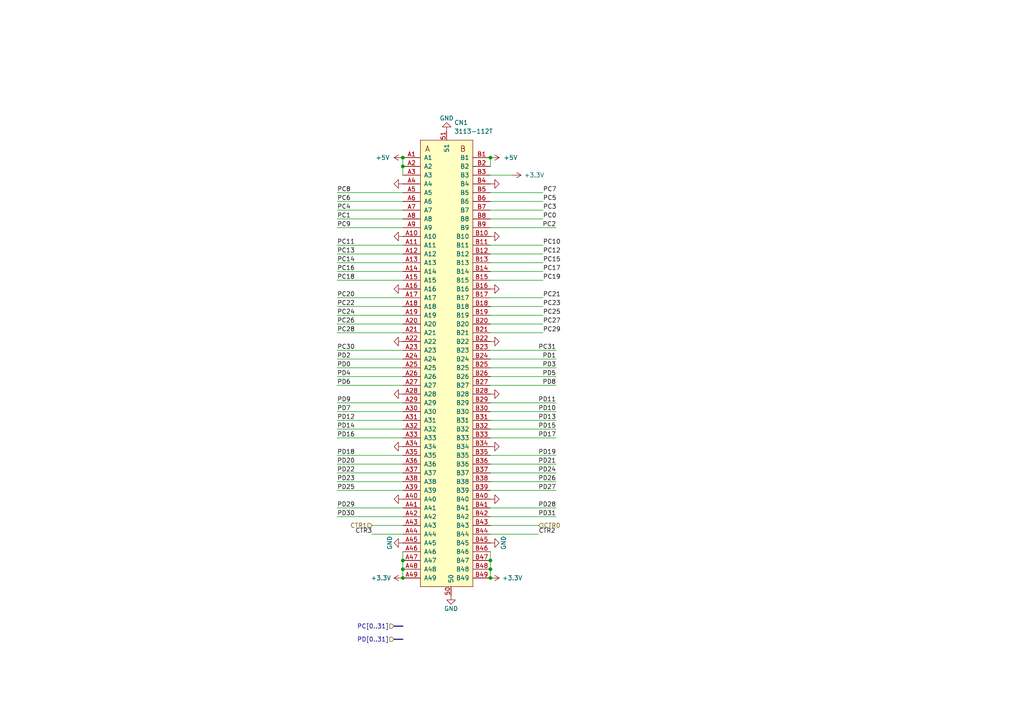
<source format=kicad_sch>
(kicad_sch (version 20230121) (generator eeschema)
  (paper "A4")
  (title_block (title "HPM6E00EVKSRAMSDRAMRevA") (date "2024/10/22") (comment 1 "04_PPI"))
  (lib_symbols
    (symbol "00_HPM_power:+5V" (power) (pin_names (offset 0))
      (property "Value" "+5V" (at 0 3.556 0))
      (symbol "+5V_0_1"
        (polyline (pts (xy -0.762 1.27) (xy 0 2.54)))
        (polyline (pts (xy 0 0) (xy 0 2.54)))
        (polyline (pts (xy 0 2.54) (xy 0.762 1.27)))
      )
      (symbol "+5V_1_1"
        (pin power_in line (at 0 0 90) (length 0) hide (name "+5V") (number "1"))
      )
    )
    (symbol "98_POWER:GND" (power) (pin_names (offset 0))
      (property "Value" "GND" (at 0 -3.81 0))
      (symbol "GND_0_1"
        (polyline (pts (xy 0 0) (xy 0 -1.27) (xy 1.27 -1.27) (xy 0 -2.54) (xy -1.27 -1.27) (xy 0 -1.27)))
      )
      (symbol "GND_1_1"
        (pin power_in line (at 0 0 270) (length 0) hide (name "GND") (number "1"))
      )
    )
    (symbol "99_HPM:3113-112T" (pin_names (offset 1.016))
      (property "Reference" "CN" (at 0 91.948 0))
      (property "Value" "3113-112T" (at 0 97.028 0))
      (symbol "3113-112T_1_1"
        (rectangle (start -8.89 86.36) (end 6.35 -43.18) (fill (type background)))
        (text "A" (at -7.62 83.82 0) (effects (font (size 1.6256 1.6256)) (justify left)))
        (text "B" (at 2.54 83.82 0) (effects (font (size 1.6256 1.6256)) (justify left)))
        (pin input line (at 0 -45.72 90) (length 2.54) (name "50") (number "50"))
        (pin input line (at -1.27 88.9 270) (length 2.54) (name "51") (number "51"))
        (pin input line (at -13.97 81.28 0) (length 5.08) (name "A1") (number "A1"))
        (pin input line (at -13.97 58.42 0) (length 5.08) (name "A10") (number "A10"))
        (pin input line (at -13.97 55.88 0) (length 5.08) (name "A11") (number "A11"))
        (pin input line (at -13.97 53.34 0) (length 5.08) (name "A12") (number "A12"))
        (pin input line (at -13.97 50.8 0) (length 5.08) (name "A13") (number "A13"))
        (pin input line (at -13.97 48.26 0) (length 5.08) (name "A14") (number "A14"))
        (pin input line (at -13.97 45.72 0) (length 5.08) (name "A15") (number "A15"))
        (pin input line (at -13.97 43.18 0) (length 5.08) (name "A16") (number "A16"))
        (pin input line (at -13.97 40.64 0) (length 5.08) (name "A17") (number "A17"))
        (pin input line (at -13.97 38.1 0) (length 5.08) (name "A18") (number "A18"))
        (pin input line (at -13.97 35.56 0) (length 5.08) (name "A19") (number "A19"))
        (pin input line (at -13.97 78.74 0) (length 5.08) (name "A2") (number "A2"))
        (pin input line (at -13.97 33.02 0) (length 5.08) (name "A20") (number "A20"))
        (pin input line (at -13.97 30.48 0) (length 5.08) (name "A21") (number "A21"))
        (pin input line (at -13.97 27.94 0) (length 5.08) (name "A22") (number "A22"))
        (pin input line (at -13.97 25.4 0) (length 5.08) (name "A23") (number "A23"))
        (pin input line (at -13.97 22.86 0) (length 5.08) (name "A24") (number "A24"))
        (pin input line (at -13.97 20.32 0) (length 5.08) (name "A25") (number "A25"))
        (pin input line (at -13.97 17.78 0) (length 5.08) (name "A26") (number "A26"))
        (pin input line (at -13.97 15.24 0) (length 5.08) (name "A27") (number "A27"))
        (pin input line (at -13.97 12.7 0) (length 5.08) (name "A28") (number "A28"))
        (pin input line (at -13.97 10.16 0) (length 5.08) (name "A29") (number "A29"))
        (pin input line (at -13.97 76.2 0) (length 5.08) (name "A3") (number "A3"))
        (pin input line (at -13.97 7.62 0) (length 5.08) (name "A30") (number "A30"))
        (pin input line (at -13.97 5.08 0) (length 5.08) (name "A31") (number "A31"))
        (pin input line (at -13.97 2.54 0) (length 5.08) (name "A32") (number "A32"))
        (pin input line (at -13.97 0 0) (length 5.08) (name "A33") (number "A33"))
        (pin input line (at -13.97 -2.54 0) (length 5.08) (name "A34") (number "A34"))
        (pin input line (at -13.97 -5.08 0) (length 5.08) (name "A35") (number "A35"))
        (pin input line (at -13.97 -7.62 0) (length 5.08) (name "A36") (number "A36"))
        (pin input line (at -13.97 -10.16 0) (length 5.08) (name "A37") (number "A37"))
        (pin input line (at -13.97 -12.7 0) (length 5.08) (name "A38") (number "A38"))
        (pin input line (at -13.97 -15.24 0) (length 5.08) (name "A39") (number "A39"))
        (pin input line (at -13.97 73.66 0) (length 5.08) (name "A4") (number "A4"))
        (pin input line (at -13.97 -17.78 0) (length 5.08) (name "A40") (number "A40"))
        (pin input line (at -13.97 -20.32 0) (length 5.08) (name "A41") (number "A41"))
        (pin input line (at -13.97 -22.86 0) (length 5.08) (name "A42") (number "A42"))
        (pin input line (at -13.97 -25.4 0) (length 5.08) (name "A43") (number "A43"))
        (pin input line (at -13.97 -27.94 0) (length 5.08) (name "A44") (number "A44"))
        (pin input line (at -13.97 -30.48 0) (length 5.08) (name "A45") (number "A45"))
        (pin input line (at -13.97 -33.02 0) (length 5.08) (name "A46") (number "A46"))
        (pin input line (at -13.97 -35.56 0) (length 5.08) (name "A47") (number "A47"))
        (pin input line (at -13.97 -38.1 0) (length 5.08) (name "A48") (number "A48"))
        (pin input line (at -13.97 -40.64 0) (length 5.08) (name "A49") (number "A49"))
        (pin input line (at -13.97 71.12 0) (length 5.08) (name "A5") (number "A5"))
        (pin input line (at -13.97 68.58 0) (length 5.08) (name "A6") (number "A6"))
        (pin input line (at -13.97 66.04 0) (length 5.08) (name "A7") (number "A7"))
        (pin input line (at -13.97 63.5 0) (length 5.08) (name "A8") (number "A8"))
        (pin input line (at -13.97 60.96 0) (length 5.08) (name "A9") (number "A9"))
        (pin input line (at 11.43 81.28 180) (length 5.08) (name "B1") (number "B1"))
        (pin input line (at 11.43 58.42 180) (length 5.08) (name "B10") (number "B10"))
        (pin input line (at 11.43 55.88 180) (length 5.08) (name "B11") (number "B11"))
        (pin input line (at 11.43 53.34 180) (length 5.08) (name "B12") (number "B12"))
        (pin input line (at 11.43 50.8 180) (length 5.08) (name "B13") (number "B13"))
        (pin input line (at 11.43 48.26 180) (length 5.08) (name "B14") (number "B14"))
        (pin input line (at 11.43 45.72 180) (length 5.08) (name "B15") (number "B15"))
        (pin input line (at 11.43 43.18 180) (length 5.08) (name "B16") (number "B16"))
        (pin input line (at 11.43 40.64 180) (length 5.08) (name "B17") (number "B17"))
        (pin input line (at 11.43 38.1 180) (length 5.08) (name "B18") (number "B18"))
        (pin input line (at 11.43 35.56 180) (length 5.08) (name "B19") (number "B19"))
        (pin input line (at 11.43 78.74 180) (length 5.08) (name "B2") (number "B2"))
        (pin input line (at 11.43 33.02 180) (length 5.08) (name "B20") (number "B20"))
        (pin input line (at 11.43 30.48 180) (length 5.08) (name "B21") (number "B21"))
        (pin input line (at 11.43 27.94 180) (length 5.08) (name "B22") (number "B22"))
        (pin input line (at 11.43 25.4 180) (length 5.08) (name "B23") (number "B23"))
        (pin input line (at 11.43 22.86 180) (length 5.08) (name "B24") (number "B24"))
        (pin input line (at 11.43 20.32 180) (length 5.08) (name "B25") (number "B25"))
        (pin input line (at 11.43 17.78 180) (length 5.08) (name "B26") (number "B26"))
        (pin input line (at 11.43 15.24 180) (length 5.08) (name "B27") (number "B27"))
        (pin input line (at 11.43 12.7 180) (length 5.08) (name "B28") (number "B28"))
        (pin input line (at 11.43 10.16 180) (length 5.08) (name "B29") (number "B29"))
        (pin input line (at 11.43 76.2 180) (length 5.08) (name "B3") (number "B3"))
        (pin input line (at 11.43 7.62 180) (length 5.08) (name "B30") (number "B30"))
        (pin input line (at 11.43 5.08 180) (length 5.08) (name "B31") (number "B31"))
        (pin input line (at 11.43 2.54 180) (length 5.08) (name "B32") (number "B32"))
        (pin input line (at 11.43 0 180) (length 5.08) (name "B33") (number "B33"))
        (pin input line (at 11.43 -2.54 180) (length 5.08) (name "B34") (number "B34"))
        (pin input line (at 11.43 -5.08 180) (length 5.08) (name "B35") (number "B35"))
        (pin input line (at 11.43 -7.62 180) (length 5.08) (name "B36") (number "B36"))
        (pin input line (at 11.43 -10.16 180) (length 5.08) (name "B37") (number "B37"))
        (pin input line (at 11.43 -12.7 180) (length 5.08) (name "B38") (number "B38"))
        (pin input line (at 11.43 -15.24 180) (length 5.08) (name "B39") (number "B39"))
        (pin input line (at 11.43 73.66 180) (length 5.08) (name "B4") (number "B4"))
        (pin input line (at 11.43 -17.78 180) (length 5.08) (name "B40") (number "B40"))
        (pin input line (at 11.43 -20.32 180) (length 5.08) (name "B41") (number "B41"))
        (pin input line (at 11.43 -22.86 180) (length 5.08) (name "B42") (number "B42"))
        (pin input line (at 11.43 -25.4 180) (length 5.08) (name "B43") (number "B43"))
        (pin input line (at 11.43 -27.94 180) (length 5.08) (name "B44") (number "B44"))
        (pin input line (at 11.43 -30.48 180) (length 5.08) (name "B45") (number "B45"))
        (pin input line (at 11.43 -33.02 180) (length 5.08) (name "B46") (number "B46"))
        (pin input line (at 11.43 -35.56 180) (length 5.08) (name "B47") (number "B47"))
        (pin input line (at 11.43 -38.1 180) (length 5.08) (name "B48") (number "B48"))
        (pin input line (at 11.43 -40.64 180) (length 5.08) (name "B49") (number "B49"))
        (pin input line (at 11.43 71.12 180) (length 5.08) (name "B5") (number "B5"))
        (pin input line (at 11.43 68.58 180) (length 5.08) (name "B6") (number "B6"))
        (pin input line (at 11.43 66.04 180) (length 5.08) (name "B7") (number "B7"))
        (pin input line (at 11.43 63.5 180) (length 5.08) (name "B8") (number "B8"))
        (pin input line (at 11.43 60.96 180) (length 5.08) (name "B9") (number "B9"))
      )
    )
    (symbol "power:+3.3V" (power) (pin_names (offset 0))
      (property "Value" "+3.3V" (at 0 3.556 0))
      (symbol "+3.3V_0_1"
        (polyline (pts (xy -0.762 1.27) (xy 0 2.54)))
        (polyline (pts (xy 0 0) (xy 0 2.54)))
        (polyline (pts (xy 0 2.54) (xy 0.762 1.27)))
      )
      (symbol "+3.3V_1_1"
        (pin power_in line (at 0 0 90) (length 0) hide (name "+3.3V") (number "1"))
      )
    )
  )
  (junction (at 142.24 162.56))
  (junction (at 116.84 165.1))
  (junction (at 116.84 167.64))
  (junction (at 142.24 45.72))
  (junction (at 142.24 165.1))
  (junction (at 116.84 162.56))
  (junction (at 116.84 48.26))
  (junction (at 142.24 167.64))
  (junction (at 116.84 45.72))
  (wire (pts (xy 142.24 109.22) (xy 161.29 109.22)))
  (wire (pts (xy 97.79 96.52) (xy 116.84 96.52)))
  (wire (pts (xy 142.24 137.16) (xy 161.29 137.16)))
  (wire (pts (xy 97.79 111.76) (xy 116.84 111.76)))
  (wire (pts (xy 97.79 86.36) (xy 116.84 86.36)))
  (wire (pts (xy 142.24 134.62) (xy 161.29 134.62)))
  (wire (pts (xy 97.79 88.9) (xy 116.84 88.9)))
  (wire (pts (xy 97.79 147.32) (xy 116.84 147.32)))
  (wire (pts (xy 97.79 109.22) (xy 116.84 109.22)))
  (wire (pts (xy 142.24 121.92) (xy 161.29 121.92)))
  (wire (pts (xy 142.24 106.68) (xy 161.29 106.68)))
  (wire (pts (xy 116.84 160.02) (xy 116.84 162.56)))
  (wire (pts (xy 97.79 142.24) (xy 116.84 142.24)))
  (wire (pts (xy 97.79 149.86) (xy 116.84 149.86)))
  (wire (pts (xy 142.24 71.12) (xy 157.48 71.12)))
  (wire (pts (xy 97.79 119.38) (xy 116.84 119.38)))
  (wire (pts (xy 97.79 91.44) (xy 116.84 91.44)))
  (wire (pts (xy 142.24 111.76) (xy 161.29 111.76)))
  (wire (pts (xy 97.79 76.2) (xy 116.84 76.2)))
  (wire (pts (xy 97.79 55.88) (xy 116.84 55.88)))
  (wire (pts (xy 142.24 124.46) (xy 161.29 124.46)))
  (wire (pts (xy 142.24 149.86) (xy 161.29 149.86)))
  (wire (pts (xy 142.24 60.96) (xy 157.48 60.96)))
  (bus (pts (xy 114.3 181.61) (xy 116.84 181.61)))
  (wire (pts (xy 142.24 160.02) (xy 142.24 162.56)))
  (wire (pts (xy 97.79 63.5) (xy 116.84 63.5)))
  (wire (pts (xy 142.24 63.5) (xy 157.48 63.5)))
  (wire (pts (xy 142.24 76.2) (xy 157.48 76.2)))
  (wire (pts (xy 97.79 73.66) (xy 116.84 73.66)))
  (wire (pts (xy 97.79 127) (xy 116.84 127)))
  (wire (pts (xy 142.24 96.52) (xy 157.48 96.52)))
  (wire (pts (xy 142.24 101.6) (xy 161.29 101.6)))
  (wire (pts (xy 97.79 134.62) (xy 116.84 134.62)))
  (wire (pts (xy 142.24 81.28) (xy 157.48 81.28)))
  (wire (pts (xy 142.24 147.32) (xy 161.29 147.32)))
  (wire (pts (xy 142.24 78.74) (xy 157.48 78.74)))
  (wire (pts (xy 142.24 104.14) (xy 161.29 104.14)))
  (bus (pts (xy 114.3 185.42) (xy 116.84 185.42)))
  (wire (pts (xy 142.24 165.1) (xy 142.24 167.64)))
  (wire (pts (xy 116.84 45.72) (xy 116.84 48.26)))
  (wire (pts (xy 116.84 165.1) (xy 116.84 167.64)))
  (wire (pts (xy 148.59 50.8) (xy 142.24 50.8)))
  (wire (pts (xy 142.24 116.84) (xy 161.29 116.84)))
  (wire (pts (xy 116.84 162.56) (xy 116.84 165.1)))
  (wire (pts (xy 142.24 162.56) (xy 142.24 165.1)))
  (wire (pts (xy 142.24 93.98) (xy 157.48 93.98)))
  (wire (pts (xy 97.79 132.08) (xy 116.84 132.08)))
  (wire (pts (xy 97.79 106.68) (xy 116.84 106.68)))
  (wire (pts (xy 97.79 116.84) (xy 116.84 116.84)))
  (wire (pts (xy 97.79 124.46) (xy 116.84 124.46)))
  (wire (pts (xy 107.95 154.94) (xy 116.84 154.94)))
  (wire (pts (xy 97.79 78.74) (xy 116.84 78.74)))
  (wire (pts (xy 142.24 142.24) (xy 161.29 142.24)))
  (wire (pts (xy 142.24 55.88) (xy 157.48 55.88)))
  (wire (pts (xy 142.24 58.42) (xy 157.48 58.42)))
  (wire (pts (xy 97.79 137.16) (xy 116.84 137.16)))
  (wire (pts (xy 97.79 60.96) (xy 116.84 60.96)))
  (wire (pts (xy 107.95 152.4) (xy 116.84 152.4)))
  (wire (pts (xy 97.79 93.98) (xy 116.84 93.98)))
  (wire (pts (xy 142.24 119.38) (xy 161.29 119.38)))
  (wire (pts (xy 97.79 81.28) (xy 116.84 81.28)))
  (wire (pts (xy 142.24 91.44) (xy 157.48 91.44)))
  (wire (pts (xy 97.79 71.12) (xy 116.84 71.12)))
  (wire (pts (xy 97.79 58.42) (xy 116.84 58.42)))
  (wire (pts (xy 142.24 139.7) (xy 161.29 139.7)))
  (wire (pts (xy 156.21 154.94) (xy 142.24 154.94)))
  (wire (pts (xy 97.79 139.7) (xy 116.84 139.7)))
  (wire (pts (xy 142.24 132.08) (xy 161.29 132.08)))
  (wire (pts (xy 97.79 121.92) (xy 116.84 121.92)))
  (wire (pts (xy 142.24 86.36) (xy 157.48 86.36)))
  (wire (pts (xy 142.24 45.72) (xy 142.24 48.26)))
  (wire (pts (xy 142.24 73.66) (xy 157.48 73.66)))
  (wire (pts (xy 156.21 152.4) (xy 142.24 152.4)))
  (wire (pts (xy 142.24 127) (xy 161.29 127)))
  (wire (pts (xy 97.79 101.6) (xy 116.84 101.6)))
  (wire (pts (xy 97.79 104.14) (xy 116.84 104.14)))
  (wire (pts (xy 142.24 66.04) (xy 161.29 66.04)))
  (wire (pts (xy 142.24 88.9) (xy 157.48 88.9)))
  (wire (pts (xy 116.84 48.26) (xy 116.84 50.8)))
  (wire (pts (xy 97.79 66.04) (xy 116.84 66.04)))
  (label "PD20" (at 97.79 134.62 0))
  (label "PD9" (at 97.79 116.84 0))
  (label "PC4" (at 97.79 60.96 0))
  (label "CTR2" (at 156.21 154.94 0))
  (label "PC12" (at 157.48 73.66 0))
  (label "PC5" (at 157.48 58.42 0))
  (label "PC28" (at 97.79 96.52 0))
  (label "PC24" (at 97.79 91.44 0))
  (label "PC15" (at 157.48 76.2 0))
  (label "PD31" (at 161.29 149.86 180))
  (label "PC8" (at 97.79 55.88 0))
  (label "PD13" (at 161.29 121.92 180))
  (label "PD4" (at 97.79 109.22 0))
  (label "PC30" (at 97.79 101.6 0))
  (label "PD29" (at 97.79 147.32 0))
  (label "PD21" (at 161.29 134.62 180))
  (label "PD17" (at 161.29 127 180))
  (label "PC13" (at 97.79 73.66 0))
  (label "PD5" (at 161.29 109.22 180))
  (label "PD10" (at 161.29 119.38 180))
  (label "PD8" (at 161.29 111.76 180))
  (label "PC6" (at 97.79 58.42 0))
  (label "PC26" (at 97.79 93.98 0))
  (label "PD22" (at 97.79 137.16 0))
  (label "PC21" (at 157.48 86.36 0))
  (label "PC7" (at 157.48 55.88 0))
  (label "PD16" (at 97.79 127 0))
  (label "PD25" (at 97.79 142.24 0))
  (label "PC0" (at 157.48 63.5 0))
  (label "PC11" (at 97.79 71.12 0))
  (label "PC20" (at 97.79 86.36 0))
  (label "PD1" (at 161.29 104.14 180))
  (label "PC27" (at 157.48 93.98 0))
  (label "PC2" (at 161.29 66.04 180))
  (label "PC14" (at 97.79 76.2 0))
  (label "PC23" (at 157.48 88.9 0))
  (label "PC31" (at 161.29 101.6 180))
  (label "PC25" (at 157.48 91.44 0))
  (label "PD3" (at 161.29 106.68 180))
  (label "PD30" (at 97.79 149.86 0))
  (label "PD19" (at 161.29 132.08 180))
  (label "PC19" (at 157.48 81.28 0))
  (label "PC9" (at 97.79 66.04 0))
  (label "PD11" (at 161.29 116.84 180))
  (label "PD24" (at 161.29 137.16 180))
  (label "PD2" (at 97.79 104.14 0))
  (label "PD26" (at 161.29 139.7 180))
  (label "PC22" (at 97.79 88.9 0))
  (label "CTR3" (at 107.95 154.94 180))
  (label "PD14" (at 97.79 124.46 0))
  (label "PC29" (at 157.48 96.52 0))
  (label "PD15" (at 161.29 124.46 180))
  (label "PD18" (at 97.79 132.08 0))
  (label "PC17" (at 157.48 78.74 0))
  (label "PC3" (at 157.48 60.96 0))
  (label "PD0" (at 97.79 106.68 0))
  (label "PD7" (at 97.79 119.38 0))
  (label "PD6" (at 97.79 111.76 0))
  (label "PC18" (at 97.79 81.28 0))
  (label "PC10" (at 157.48 71.12 0))
  (label "PD12" (at 97.79 121.92 0))
  (label "PD23" (at 97.79 139.7 0))
  (label "PC1" (at 97.79 63.5 0))
  (label "PD28" (at 161.29 147.32 180))
  (label "PC16" (at 97.79 78.74 0))
  (label "PD27" (at 161.29 142.24 180))
  (hierarchical_label "CTR0" (shape input) (at 156.21 152.4 0))
  (hierarchical_label "PC[0..31]" (shape input) (at 114.3 181.61 180))
  (hierarchical_label "CTR1" (shape input) (at 107.95 152.4 180))
  (hierarchical_label "PD[0..31]" (shape input) (at 114.3 185.42 180))
  (symbol (lib_id "98_POWER:GND") (at 142.24 68.58 90) (unit 1)
    (property "Reference" "#PWR023" (effects hide))
    (property "Value" "GND" (effects hide))
    (instances (project "HPM6E00EVKSRAMSDRAMRevA" (path "" (reference "#PWR023") (unit 1))) (project "HPM5300-COMM" (path "" (reference "#PWR?") (unit 1))) (project "HPM6E00EVK_RevA" (path "" (reference "#PWR0262") (unit 1)) (path "" (reference "#PWR0288") (unit 1))) (project "HPM5300 EVK REVC" (path "" (reference "#PWR?") (unit 1))))
  )
  (symbol (lib_id "99_HPM:3113-112T") (at 130.81 127 0) (unit 1)
    (property "Reference" "CN1" (at 131.7341 35.56 0) (effects (justify left)))
    (property "Value" "3113-112T" (at 131.7341 38.1 0) (effects (justify left)))
    (property "Footprint" "12_HPM_Other:3113-112T 金手指2" (effects hide))
    (property "Datasheet" "http://www.szlcsc.com/product/details_391105.html" (effects hide))
    (property "SuppliersPartNumber" "C404103" (effects hide))
    (property "uuid" "std:5a9cf0d26b6b4ea7927b557d72966e80" (effects hide))
    (instances (project "HPM6E00EVKSRAMSDRAMRevA" (path "" (reference "CN1") (unit 1))) (project "HPM6E00EVK_RevA" (path "" (reference "CN1") (unit 1)) (path "" (reference "CN2") (unit 1))))
  )
  (symbol (lib_id "98_POWER:GND") (at 116.84 53.34 270) (mirror x) (unit 1)
    (property "Reference" "#PWR010" (effects hide))
    (property "Value" "GND" (effects hide))
    (instances (project "HPM6E00EVKSRAMSDRAMRevA" (path "" (reference "#PWR010") (unit 1))) (project "HPM5300-COMM" (path "" (reference "#PWR?") (unit 1))) (project "HPM6E00EVK_RevA" (path "" (reference "#PWR0259") (unit 1)) (path "" (reference "#PWR0242") (unit 1))) (project "HPM5300 EVK REVC" (path "" (reference "#PWR?") (unit 1))))
  )
  (symbol (lib_id "98_POWER:GND") (at 116.84 144.78 270) (mirror x) (unit 1)
    (property "Reference" "#PWR016" (effects hide))
    (property "Value" "GND" (effects hide))
    (instances (project "HPM6E00EVKSRAMSDRAMRevA" (path "" (reference "#PWR016") (unit 1))) (project "HPM5300-COMM" (path "" (reference "#PWR?") (unit 1))) (project "HPM6E00EVK_RevA" (path "" (reference "#PWR0271") (unit 1)) (path "" (reference "#PWR0248") (unit 1))) (project "HPM5300 EVK REVC" (path "" (reference "#PWR?") (unit 1))))
  )
  (symbol (lib_id "98_POWER:GND") (at 129.54 38.1 0) (mirror x) (unit 1)
    (property "Reference" "#PWR019" (effects hide))
    (property "Value" "GND" (at 127.508 34.29 0) (effects (justify left)))
    (instances (project "HPM6E00EVKSRAMSDRAMRevA" (path "" (reference "#PWR019") (unit 1))) (project "HPM5300-COMM" (path "" (reference "#PWR?") (unit 1))) (project "HPM6E00EVK_RevA" (path "" (reference "#PWR0256") (unit 1)) (path "" (reference "#PWR0252") (unit 1))) (project "HPM5300 EVK REVC" (path "" (reference "#PWR?") (unit 1))))
  )
  (symbol (lib_id "98_POWER:GND") (at 116.84 157.48 270) (mirror x) (unit 1)
    (property "Reference" "#PWR017" (effects hide))
    (property "Value" "GND" (at 113.03 159.512 0) (effects (justify left)))
    (instances (project "HPM6E00EVKSRAMSDRAMRevA" (path "" (reference "#PWR017") (unit 1))) (project "HPM5300-COMM" (path "" (reference "#PWR?") (unit 1))) (project "HPM6E00EVK_RevA" (path "" (reference "#PWR0273") (unit 1)) (path "" (reference "#PWR0249") (unit 1))) (project "HPM5300 EVK REVC" (path "" (reference "#PWR?") (unit 1))))
  )
  (symbol (lib_id "98_POWER:GND") (at 116.84 99.06 270) (mirror x) (unit 1)
    (property "Reference" "#PWR013" (effects hide))
    (property "Value" "GND" (effects hide))
    (instances (project "HPM6E00EVKSRAMSDRAMRevA" (path "" (reference "#PWR013") (unit 1))) (project "HPM5300-COMM" (path "" (reference "#PWR?") (unit 1))) (project "HPM6E00EVK_RevA" (path "" (reference "#PWR0265") (unit 1)) (path "" (reference "#PWR0245") (unit 1))) (project "HPM5300 EVK REVC" (path "" (reference "#PWR?") (unit 1))))
  )
  (symbol (lib_id "98_POWER:GND") (at 116.84 129.54 270) (mirror x) (unit 1)
    (property "Reference" "#PWR015" (effects hide))
    (property "Value" "GND" (effects hide))
    (instances (project "HPM6E00EVKSRAMSDRAMRevA" (path "" (reference "#PWR015") (unit 1))) (project "HPM5300-COMM" (path "" (reference "#PWR?") (unit 1))) (project "HPM6E00EVK_RevA" (path "" (reference "#PWR0269") (unit 1)) (path "" (reference "#PWR0247") (unit 1))) (project "HPM5300 EVK REVC" (path "" (reference "#PWR?") (unit 1))))
  )
  (symbol (lib_id "98_POWER:GND") (at 142.24 99.06 90) (unit 1)
    (property "Reference" "#PWR025" (effects hide))
    (property "Value" "GND" (effects hide))
    (instances (project "HPM6E00EVKSRAMSDRAMRevA" (path "" (reference "#PWR025") (unit 1))) (project "HPM5300-COMM" (path "" (reference "#PWR?") (unit 1))) (project "HPM6E00EVK_RevA" (path "" (reference "#PWR0266") (unit 1)) (path "" (reference "#PWR0290") (unit 1))) (project "HPM5300 EVK REVC" (path "" (reference "#PWR?") (unit 1))))
  )
  (symbol (lib_id "98_POWER:GND") (at 142.24 129.54 90) (unit 1)
    (property "Reference" "#PWR027" (effects hide))
    (property "Value" "GND" (effects hide))
    (instances (project "HPM6E00EVKSRAMSDRAMRevA" (path "" (reference "#PWR027") (unit 1))) (project "HPM5300-COMM" (path "" (reference "#PWR?") (unit 1))) (project "HPM6E00EVK_RevA" (path "" (reference "#PWR0270") (unit 1)) (path "" (reference "#PWR0292") (unit 1))) (project "HPM5300 EVK REVC" (path "" (reference "#PWR?") (unit 1))))
  )
  (symbol (lib_id "00_HPM_power:+5V") (at 142.24 45.72 270) (unit 1)
    (property "Reference" "#PWR021" (effects hide))
    (property "Value" "+5V" (at 146.05 45.72 90) (effects (justify left)))
    (instances (project "HPM6E00EVKSRAMSDRAMRevA" (path "" (reference "#PWR021") (unit 1))) (project "HPM6E00EVK_RevA" (path "" (reference "#PWR0258") (unit 1)) (path "" (reference "#PWR0254") (unit 1))))
  )
  (symbol (lib_id "98_POWER:GND") (at 116.84 68.58 270) (mirror x) (unit 1)
    (property "Reference" "#PWR011" (effects hide))
    (property "Value" "GND" (effects hide))
    (instances (project "HPM6E00EVKSRAMSDRAMRevA" (path "" (reference "#PWR011") (unit 1))) (project "HPM5300-COMM" (path "" (reference "#PWR?") (unit 1))) (project "HPM6E00EVK_RevA" (path "" (reference "#PWR0261") (unit 1)) (path "" (reference "#PWR0243") (unit 1))) (project "HPM5300 EVK REVC" (path "" (reference "#PWR?") (unit 1))))
  )
  (symbol (lib_id "00_HPM_power:+5V") (at 116.84 45.72 90) (mirror x) (unit 1)
    (property "Reference" "#PWR09" (effects hide))
    (property "Value" "+5V" (at 113.03 45.72 90) (effects (justify left)))
    (instances (project "HPM6E00EVKSRAMSDRAMRevA" (path "" (reference "#PWR09") (unit 1))) (project "HPM6E00EVK_RevA" (path "" (reference "#PWR0257") (unit 1)) (path "" (reference "#PWR0241") (unit 1))))
  )
  (symbol (lib_id "power:+3.3V") (at 142.24 167.64 270) (unit 1)
    (property "Reference" "#PWR030" (effects hide))
    (property "Value" "+3.3V" (at 148.59 167.64 90))
    (instances (project "HPM6E00EVKSRAMSDRAMRevA" (path "" (reference "#PWR030") (unit 1))) (project "HPM5300-COMM" (path "" (reference "#PWR?") (unit 1))) (project "HPM6E00EVK_RevA" (path "" (reference "#PWR0276") (unit 1)) (path "" (reference "#PWR0295") (unit 1))) (project "HPM5300 EVK REVC" (path "" (reference "#PWR?") (unit 1))))
  )
  (symbol (lib_id "98_POWER:GND") (at 142.24 53.34 90) (unit 1)
    (property "Reference" "#PWR022" (effects hide))
    (property "Value" "GND" (effects hide))
    (instances (project "HPM6E00EVKSRAMSDRAMRevA" (path "" (reference "#PWR022") (unit 1))) (project "HPM5300-COMM" (path "" (reference "#PWR?") (unit 1))) (project "HPM6E00EVK_RevA" (path "" (reference "#PWR0260") (unit 1)) (path "" (reference "#PWR0255") (unit 1))) (project "HPM5300 EVK REVC" (path "" (reference "#PWR?") (unit 1))))
  )
  (symbol (lib_id "98_POWER:GND") (at 116.84 114.3 270) (mirror x) (unit 1)
    (property "Reference" "#PWR014" (effects hide))
    (property "Value" "GND" (effects hide))
    (instances (project "HPM6E00EVKSRAMSDRAMRevA" (path "" (reference "#PWR014") (unit 1))) (project "HPM5300-COMM" (path "" (reference "#PWR?") (unit 1))) (project "HPM6E00EVK_RevA" (path "" (reference "#PWR0267") (unit 1)) (path "" (reference "#PWR0246") (unit 1))) (project "HPM5300 EVK REVC" (path "" (reference "#PWR?") (unit 1))))
  )
  (symbol (lib_id "98_POWER:GND") (at 142.24 144.78 90) (unit 1)
    (property "Reference" "#PWR028" (effects hide))
    (property "Value" "GND" (effects hide))
    (instances (project "HPM6E00EVKSRAMSDRAMRevA" (path "" (reference "#PWR028") (unit 1))) (project "HPM5300-COMM" (path "" (reference "#PWR?") (unit 1))) (project "HPM6E00EVK_RevA" (path "" (reference "#PWR0272") (unit 1)) (path "" (reference "#PWR0293") (unit 1))) (project "HPM5300 EVK REVC" (path "" (reference "#PWR?") (unit 1))))
  )
  (symbol (lib_id "98_POWER:GND") (at 130.81 172.72 0) (unit 1)
    (property "Reference" "#PWR020" (effects hide))
    (property "Value" "GND" (at 128.778 176.53 0) (effects (justify left)))
    (instances (project "HPM6E00EVKSRAMSDRAMRevA" (path "" (reference "#PWR020") (unit 1))) (project "HPM5300-COMM" (path "" (reference "#PWR?") (unit 1))) (project "HPM6E00EVK_RevA" (path "" (reference "#PWR0277") (unit 1)) (path "" (reference "#PWR0253") (unit 1))) (project "HPM5300 EVK REVC" (path "" (reference "#PWR?") (unit 1))))
  )
  (symbol (lib_id "98_POWER:GND") (at 142.24 83.82 90) (unit 1)
    (property "Reference" "#PWR024" (effects hide))
    (property "Value" "GND" (effects hide))
    (instances (project "HPM6E00EVKSRAMSDRAMRevA" (path "" (reference "#PWR024") (unit 1))) (project "HPM5300-COMM" (path "" (reference "#PWR?") (unit 1))) (project "HPM6E00EVK_RevA" (path "" (reference "#PWR0264") (unit 1)) (path "" (reference "#PWR0289") (unit 1))) (project "HPM5300 EVK REVC" (path "" (reference "#PWR?") (unit 1))))
  )
  (symbol (lib_id "98_POWER:GND") (at 142.24 157.48 90) (unit 1)
    (property "Reference" "#PWR029" (effects hide))
    (property "Value" "GND" (at 146.05 159.512 0) (effects (justify left)))
    (instances (project "HPM6E00EVKSRAMSDRAMRevA" (path "" (reference "#PWR029") (unit 1))) (project "HPM5300-COMM" (path "" (reference "#PWR?") (unit 1))) (project "HPM6E00EVK_RevA" (path "" (reference "#PWR0274") (unit 1)) (path "" (reference "#PWR0294") (unit 1))) (project "HPM5300 EVK REVC" (path "" (reference "#PWR?") (unit 1))))
  )
  (symbol (lib_id "power:+3.3V") (at 148.59 50.8 270) (unit 1)
    (property "Reference" "#PWR037" (effects hide))
    (property "Value" "+3.3V" (at 154.94 50.8 90))
    (instances (project "HPM6E00EVKSRAMSDRAMRevA" (path "" (reference "#PWR037") (unit 1))) (project "HPM5300-COMM" (path "" (reference "#PWR?") (unit 1))) (project "HPM6E00EVK_RevA" (path "" (reference "#PWR0276") (unit 1)) (path "" (reference "#PWR0295") (unit 1))) (project "HPM5300 EVK REVC" (path "" (reference "#PWR?") (unit 1))))
  )
  (symbol (lib_id "power:+3.3V") (at 116.84 167.64 90) (mirror x) (unit 1)
    (property "Reference" "#PWR018" (effects hide))
    (property "Value" "+3.3V" (at 110.49 167.64 90))
    (instances (project "HPM6E00EVKSRAMSDRAMRevA" (path "" (reference "#PWR018") (unit 1))) (project "HPM5300-COMM" (path "" (reference "#PWR?") (unit 1))) (project "HPM6E00EVK_RevA" (path "" (reference "#PWR0275") (unit 1)) (path "" (reference "#PWR0250") (unit 1))) (project "HPM5300 EVK REVC" (path "" (reference "#PWR?") (unit 1))))
  )
  (symbol (lib_id "98_POWER:GND") (at 116.84 83.82 270) (mirror x) (unit 1)
    (property "Reference" "#PWR012" (effects hide))
    (property "Value" "GND" (effects hide))
    (instances (project "HPM6E00EVKSRAMSDRAMRevA" (path "" (reference "#PWR012") (unit 1))) (project "HPM5300-COMM" (path "" (reference "#PWR?") (unit 1))) (project "HPM6E00EVK_RevA" (path "" (reference "#PWR0263") (unit 1)) (path "" (reference "#PWR0244") (unit 1))) (project "HPM5300 EVK REVC" (path "" (reference "#PWR?") (unit 1))))
  )
  (symbol (lib_id "98_POWER:GND") (at 142.24 114.3 90) (unit 1)
    (property "Reference" "#PWR026" (effects hide))
    (property "Value" "GND" (effects hide))
    (instances (project "HPM6E00EVKSRAMSDRAMRevA" (path "" (reference "#PWR026") (unit 1))) (project "HPM5300-COMM" (path "" (reference "#PWR?") (unit 1))) (project "HPM6E00EVK_RevA" (path "" (reference "#PWR0268") (unit 1)) (path "" (reference "#PWR0291") (unit 1))) (project "HPM5300 EVK REVC" (path "" (reference "#PWR?") (unit 1))))
  )
)
</source>
